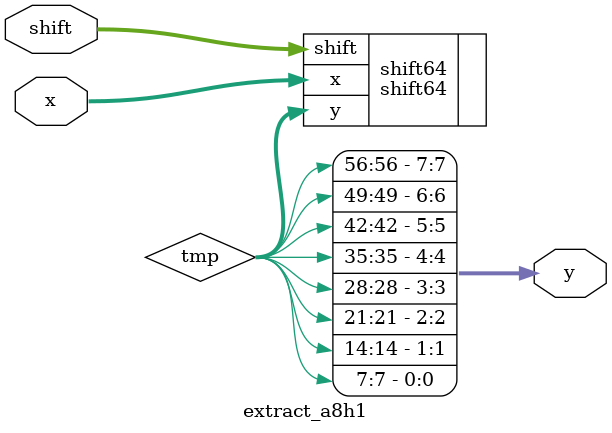
<source format=sv>
module extract_a8h1(
  input wire [63:0] x,
  input wire [3:0] shift,
  output wire [7:0] y
);

wire [63:0] tmp;

shift64 shift64(
  .x(x),
  .shift(shift),
  .y(tmp));

assign y = {tmp[56], tmp[49], tmp[42], tmp[35], tmp[28], tmp[21], tmp[14], tmp[7]};

endmodule



</source>
